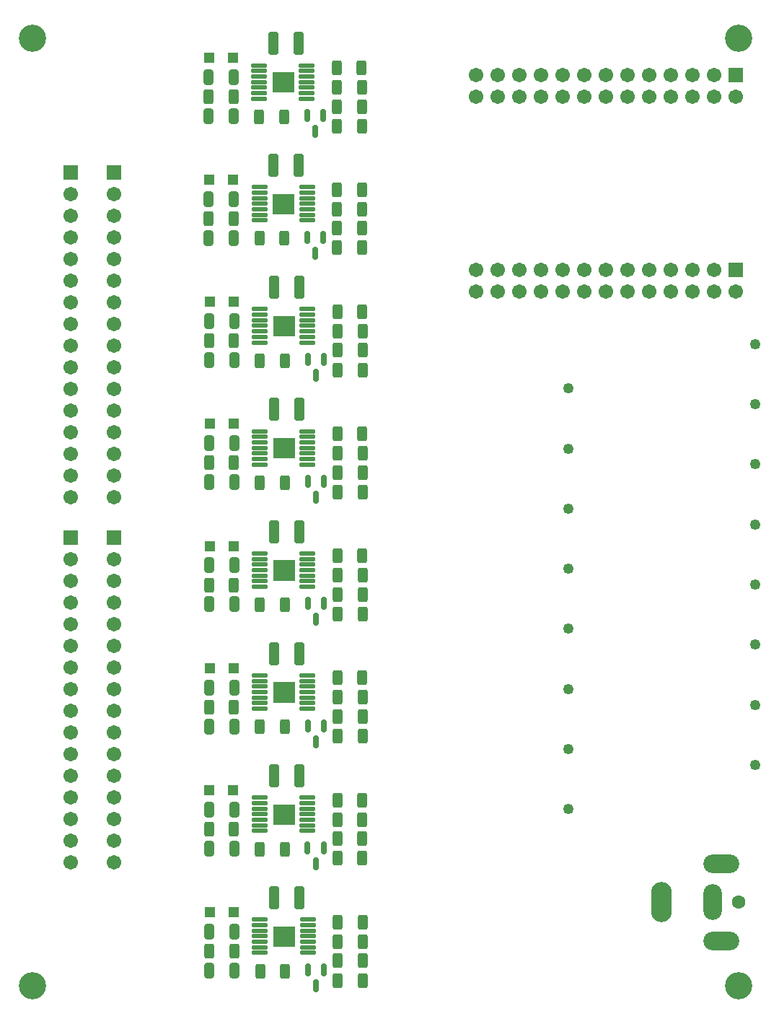
<source format=gbr>
%TF.GenerationSoftware,KiCad,Pcbnew,8.0.1*%
%TF.CreationDate,2024-08-26T16:05:16-04:00*%
%TF.ProjectId,16ch-driver-v1,31366368-2d64-4726-9976-65722d76312e,rev?*%
%TF.SameCoordinates,Original*%
%TF.FileFunction,Soldermask,Bot*%
%TF.FilePolarity,Negative*%
%FSLAX46Y46*%
G04 Gerber Fmt 4.6, Leading zero omitted, Abs format (unit mm)*
G04 Created by KiCad (PCBNEW 8.0.1) date 2024-08-26 16:05:16*
%MOMM*%
%LPD*%
G01*
G04 APERTURE LIST*
G04 Aperture macros list*
%AMRoundRect*
0 Rectangle with rounded corners*
0 $1 Rounding radius*
0 $2 $3 $4 $5 $6 $7 $8 $9 X,Y pos of 4 corners*
0 Add a 4 corners polygon primitive as box body*
4,1,4,$2,$3,$4,$5,$6,$7,$8,$9,$2,$3,0*
0 Add four circle primitives for the rounded corners*
1,1,$1+$1,$2,$3*
1,1,$1+$1,$4,$5*
1,1,$1+$1,$6,$7*
1,1,$1+$1,$8,$9*
0 Add four rect primitives between the rounded corners*
20,1,$1+$1,$2,$3,$4,$5,0*
20,1,$1+$1,$4,$5,$6,$7,0*
20,1,$1+$1,$6,$7,$8,$9,0*
20,1,$1+$1,$8,$9,$2,$3,0*%
G04 Aperture macros list end*
%ADD10C,0.010000*%
%ADD11C,3.200000*%
%ADD12C,1.250000*%
%ADD13RoundRect,0.102000X-0.754000X0.754000X-0.754000X-0.754000X0.754000X-0.754000X0.754000X0.754000X0*%
%ADD14C,1.712000*%
%ADD15C,1.600000*%
%ADD16O,2.454000X4.704000*%
%ADD17O,2.204000X4.204000*%
%ADD18O,4.204000X2.204000*%
%ADD19RoundRect,0.250000X0.312500X0.625000X-0.312500X0.625000X-0.312500X-0.625000X0.312500X-0.625000X0*%
%ADD20RoundRect,0.150000X-0.150000X0.587500X-0.150000X-0.587500X0.150000X-0.587500X0.150000X0.587500X0*%
%ADD21RoundRect,0.250000X0.325000X1.100000X-0.325000X1.100000X-0.325000X-1.100000X0.325000X-1.100000X0*%
%ADD22RoundRect,0.250000X-0.325000X-0.650000X0.325000X-0.650000X0.325000X0.650000X-0.325000X0.650000X0*%
%ADD23RoundRect,0.102000X-0.800000X-0.150000X0.800000X-0.150000X0.800000X0.150000X-0.800000X0.150000X0*%
%ADD24R,1.200000X1.200000*%
%ADD25RoundRect,0.250000X-0.312500X-0.625000X0.312500X-0.625000X0.312500X0.625000X-0.312500X0.625000X0*%
G04 APERTURE END LIST*
D10*
%TO.C,U12*%
X127816503Y-94084999D02*
X125356503Y-94084999D01*
X125356503Y-91774999D01*
X127816503Y-91774999D01*
X127816503Y-94084999D01*
G36*
X127816503Y-94084999D02*
G01*
X125356503Y-94084999D01*
X125356503Y-91774999D01*
X127816503Y-91774999D01*
X127816503Y-94084999D01*
G37*
%TO.C,U13*%
X127816503Y-108409999D02*
X125356503Y-108409999D01*
X125356503Y-106099999D01*
X127816503Y-106099999D01*
X127816503Y-108409999D01*
G36*
X127816503Y-108409999D02*
G01*
X125356503Y-108409999D01*
X125356503Y-106099999D01*
X127816503Y-106099999D01*
X127816503Y-108409999D01*
G37*
%TO.C,U9*%
X127741503Y-51147499D02*
X125281503Y-51147499D01*
X125281503Y-48837499D01*
X127741503Y-48837499D01*
X127741503Y-51147499D01*
G36*
X127741503Y-51147499D02*
G01*
X125281503Y-51147499D01*
X125281503Y-48837499D01*
X127741503Y-48837499D01*
X127741503Y-51147499D01*
G37*
%TO.C,U16*%
X127847502Y-151379999D02*
X125387502Y-151379999D01*
X125387502Y-149069999D01*
X127847502Y-149069999D01*
X127847502Y-151379999D01*
G36*
X127847502Y-151379999D02*
G01*
X125387502Y-151379999D01*
X125387502Y-149069999D01*
X127847502Y-149069999D01*
X127847502Y-151379999D01*
G37*
%TO.C,U10*%
X127766503Y-65434999D02*
X125306503Y-65434999D01*
X125306503Y-63124999D01*
X127766503Y-63124999D01*
X127766503Y-65434999D01*
G36*
X127766503Y-65434999D02*
G01*
X125306503Y-65434999D01*
X125306503Y-63124999D01*
X127766503Y-63124999D01*
X127766503Y-65434999D01*
G37*
%TO.C,U14*%
X127816503Y-122734999D02*
X125356503Y-122734999D01*
X125356503Y-120424999D01*
X127816503Y-120424999D01*
X127816503Y-122734999D01*
G36*
X127816503Y-122734999D02*
G01*
X125356503Y-122734999D01*
X125356503Y-120424999D01*
X127816503Y-120424999D01*
X127816503Y-122734999D01*
G37*
%TO.C,U15*%
X127805000Y-137065000D02*
X125345000Y-137065000D01*
X125345000Y-134755000D01*
X127805000Y-134755000D01*
X127805000Y-137065000D01*
G36*
X127805000Y-137065000D02*
G01*
X125345000Y-137065000D01*
X125345000Y-134755000D01*
X127805000Y-134755000D01*
X127805000Y-137065000D01*
G37*
%TO.C,U11*%
X127816503Y-79759999D02*
X125356503Y-79759999D01*
X125356503Y-77449999D01*
X127816503Y-77449999D01*
X127816503Y-79759999D01*
G36*
X127816503Y-79759999D02*
G01*
X125356503Y-79759999D01*
X125356503Y-77449999D01*
X127816503Y-77449999D01*
X127816503Y-79759999D01*
G37*
%TD*%
D11*
%TO.C,H3*%
X97075000Y-44835000D03*
%TD*%
D12*
%TO.C,LP4*%
X181980000Y-101910000D03*
X159980000Y-107110000D03*
%TD*%
D13*
%TO.C,J3*%
X106637502Y-60639998D03*
X101557503Y-60640002D03*
D14*
X106637502Y-63179998D03*
X101557504Y-63179998D03*
X106637506Y-65719997D03*
X101557500Y-65719998D03*
X106637502Y-68259998D03*
X101557505Y-68259999D03*
X106637501Y-70799998D03*
X101557502Y-70800000D03*
X106637506Y-73339997D03*
X101557502Y-73339997D03*
X106637502Y-75879998D03*
X101557505Y-75879998D03*
X106637505Y-78420001D03*
X101557498Y-78419999D03*
X106637500Y-80960001D03*
X101557502Y-80959998D03*
X106637498Y-83499998D03*
X101557500Y-83499999D03*
X106637502Y-86039998D03*
X101557502Y-86039998D03*
X106637502Y-88579998D03*
X101557506Y-88579999D03*
X106637500Y-91119999D03*
X101557502Y-91119998D03*
X106637502Y-93659999D03*
X101557498Y-93659997D03*
X106637502Y-96199998D03*
X101557504Y-96199994D03*
X106637502Y-98739997D03*
X101557505Y-98739998D03*
%TD*%
D12*
%TO.C,LP7*%
X181979997Y-123060001D03*
X159979997Y-128260001D03*
%TD*%
%TO.C,LP5*%
X181979998Y-108959998D03*
X159979998Y-114159998D03*
%TD*%
D15*
%TO.C,J1*%
X179955088Y-146253587D03*
D16*
X170955086Y-146253591D03*
D17*
X176955086Y-146253591D03*
D18*
X177955085Y-141753590D03*
X177955086Y-150753591D03*
%TD*%
D11*
%TO.C,H1*%
X97075000Y-156060000D03*
%TD*%
D13*
%TO.C,J4*%
X106662502Y-103439998D03*
X101582503Y-103440002D03*
D14*
X106662502Y-105979998D03*
X101582504Y-105979998D03*
X106662506Y-108519997D03*
X101582500Y-108519997D03*
X106662502Y-111059998D03*
X101582505Y-111059999D03*
X106662501Y-113599998D03*
X101582502Y-113599999D03*
X106662506Y-116139997D03*
X101582502Y-116139997D03*
X106662502Y-118679998D03*
X101582505Y-118679998D03*
X106662505Y-121220001D03*
X101582498Y-121219999D03*
X106662500Y-123760001D03*
X101582502Y-123759998D03*
X106662498Y-126299998D03*
X101582500Y-126299999D03*
X106662502Y-128839998D03*
X101582502Y-128839998D03*
X106662502Y-131379998D03*
X101582506Y-131379999D03*
X106662500Y-133919999D03*
X101582502Y-133919998D03*
X106662502Y-136459999D03*
X101582498Y-136459996D03*
X106662502Y-138999998D03*
X101582504Y-138999994D03*
X106662502Y-141539997D03*
X101582505Y-141539998D03*
%TD*%
D11*
%TO.C,H2*%
X180025000Y-156060000D03*
%TD*%
D13*
%TO.C,U18*%
X179697061Y-49188985D03*
D14*
X179697064Y-51728988D03*
X177157064Y-49188988D03*
X177157065Y-51728987D03*
X174617064Y-49188983D03*
X174617064Y-51728984D03*
X172077066Y-49188983D03*
X172077064Y-51728987D03*
X169537064Y-49188987D03*
X169537064Y-51728986D03*
X166997064Y-49188987D03*
X166997064Y-51728987D03*
X164457064Y-49188987D03*
X164457064Y-51728987D03*
X161917064Y-49188987D03*
X161917064Y-51728987D03*
X159377064Y-49188987D03*
X159377064Y-51728987D03*
X156837067Y-49188988D03*
X156837064Y-51728987D03*
X154297063Y-49188987D03*
X154297064Y-51728987D03*
X151757068Y-49188981D03*
X151757060Y-51728985D03*
X149217064Y-49188987D03*
X149217064Y-51728987D03*
D13*
X179697064Y-72078987D03*
D14*
X179687070Y-74618982D03*
X177157064Y-72078987D03*
X177157064Y-74618987D03*
X174617068Y-72078989D03*
X174617060Y-74618993D03*
X172077064Y-72078987D03*
X172077065Y-74618987D03*
X169537064Y-72078987D03*
X169537061Y-74618986D03*
X166997064Y-72078987D03*
X166997064Y-74618987D03*
X164457064Y-72078987D03*
X164457064Y-74618987D03*
X161917064Y-72078987D03*
X161917064Y-74618987D03*
X159377064Y-72078987D03*
X159377064Y-74618987D03*
X156837064Y-72078988D03*
X156837064Y-74618987D03*
X154297064Y-72078987D03*
X154297062Y-74618991D03*
X151757064Y-72078990D03*
X151757064Y-74618991D03*
X149217063Y-72078987D03*
X149217064Y-74618986D03*
%TD*%
D12*
%TO.C,LP8*%
X181980000Y-130110000D03*
X159980000Y-135310000D03*
%TD*%
%TO.C,LP2*%
X181979997Y-87810002D03*
X159979997Y-93010002D03*
%TD*%
D11*
%TO.C,H4*%
X180025000Y-44835000D03*
%TD*%
D12*
%TO.C,LP6*%
X181980000Y-116010002D03*
X159980000Y-121210002D03*
%TD*%
%TO.C,LP1*%
X181979997Y-80759998D03*
X159979997Y-85959998D03*
%TD*%
%TO.C,LP3*%
X181980000Y-94860000D03*
X159980000Y-100060000D03*
%TD*%
D19*
%TO.C,R78*%
X135830000Y-105595000D03*
X132905004Y-105594998D03*
%TD*%
%TO.C,R55*%
X135800000Y-69460000D03*
X132875004Y-69459998D03*
%TD*%
%TO.C,R67*%
X135850000Y-98110000D03*
X132925004Y-98109998D03*
%TD*%
D20*
%TO.C,Q9*%
X129342503Y-53925001D03*
X131242504Y-53925001D03*
X130292500Y-55799998D03*
%TD*%
D19*
%TO.C,R60*%
X135780000Y-62620000D03*
X132855004Y-62619998D03*
%TD*%
D21*
%TO.C,C38*%
X128417503Y-102749997D03*
X125467501Y-102750001D03*
%TD*%
%TO.C,C32*%
X128417503Y-74099997D03*
X125467501Y-74100001D03*
%TD*%
D22*
%TO.C,C27*%
X117757501Y-54022501D03*
X120707503Y-54022497D03*
%TD*%
D20*
%TO.C,Q16*%
X129448502Y-154157501D03*
X131348503Y-154157501D03*
X130398499Y-156032498D03*
%TD*%
D19*
%TO.C,R70*%
X135848801Y-95808300D03*
X132923805Y-95808298D03*
%TD*%
D21*
%TO.C,C35*%
X128417503Y-88424997D03*
X125467501Y-88425001D03*
%TD*%
D19*
%TO.C,R57*%
X135796501Y-64900000D03*
X132871505Y-64899998D03*
%TD*%
D23*
%TO.C,U12*%
X123786503Y-94879999D03*
X123786503Y-94229999D03*
X123786503Y-93579999D03*
X123786503Y-92929999D03*
X123786503Y-92279999D03*
X123786503Y-91629999D03*
X123786503Y-90979999D03*
X129386503Y-90979999D03*
X129386503Y-91629999D03*
X129386503Y-92279999D03*
X129386503Y-92929999D03*
X129386503Y-93579999D03*
X129386503Y-94229999D03*
X129386503Y-94879999D03*
%TD*%
D19*
%TO.C,R92*%
X126750999Y-154305000D03*
X123826003Y-154304998D03*
%TD*%
%TO.C,R76*%
X135848801Y-110133300D03*
X132923805Y-110133298D03*
%TD*%
%TO.C,R90*%
X135818497Y-134250001D03*
X132893501Y-134249999D03*
%TD*%
D22*
%TO.C,C49*%
X117863500Y-149685001D03*
X120813502Y-149684997D03*
%TD*%
%TO.C,C39*%
X117832501Y-111285001D03*
X120782503Y-111284997D03*
%TD*%
D19*
%TO.C,R74*%
X126720000Y-111335000D03*
X123795004Y-111334998D03*
%TD*%
%TO.C,R63*%
X135846501Y-79225000D03*
X132921505Y-79224998D03*
%TD*%
D20*
%TO.C,Q15*%
X129406000Y-139842502D03*
X131306001Y-139842502D03*
X130355997Y-141717499D03*
%TD*%
D19*
%TO.C,R62*%
X126720000Y-82685000D03*
X123795004Y-82684998D03*
%TD*%
D24*
%TO.C,D28*%
X120645002Y-61469999D03*
X117845002Y-61469999D03*
%TD*%
D23*
%TO.C,U13*%
X123786503Y-109204999D03*
X123786503Y-108554999D03*
X123786503Y-107904999D03*
X123786503Y-107254999D03*
X123786503Y-106604999D03*
X123786503Y-105954999D03*
X123786503Y-105304999D03*
X129386503Y-105304999D03*
X129386503Y-105954999D03*
X129386503Y-106604999D03*
X129386503Y-107254999D03*
X129386503Y-107904999D03*
X129386503Y-108554999D03*
X129386503Y-109204999D03*
%TD*%
D22*
%TO.C,C30*%
X117782501Y-68310001D03*
X120732503Y-68309997D03*
%TD*%
D24*
%TO.C,D25*%
X120620002Y-47182499D03*
X117820002Y-47182499D03*
%TD*%
D19*
%TO.C,R69*%
X135846501Y-93550000D03*
X132921505Y-93549998D03*
%TD*%
%TO.C,R61*%
X135850000Y-83785000D03*
X132925004Y-83784998D03*
%TD*%
%TO.C,R68*%
X126720000Y-97010000D03*
X123795004Y-97009998D03*
%TD*%
D21*
%TO.C,C29*%
X128367503Y-59774997D03*
X125417501Y-59775001D03*
%TD*%
D19*
%TO.C,R94*%
X135879800Y-153103300D03*
X132954804Y-153103298D03*
%TD*%
%TO.C,R85*%
X135838497Y-141090001D03*
X132913501Y-141089999D03*
%TD*%
%TO.C,R64*%
X135848801Y-81483300D03*
X132923805Y-81483298D03*
%TD*%
D25*
%TO.C,R59*%
X117786505Y-66029998D03*
X120711501Y-66030000D03*
%TD*%
D19*
%TO.C,R84*%
X135830000Y-119920000D03*
X132905004Y-119919998D03*
%TD*%
%TO.C,R54*%
X135755000Y-48332500D03*
X132830004Y-48332498D03*
%TD*%
D22*
%TO.C,C40*%
X117832501Y-106715001D03*
X120782503Y-106714997D03*
%TD*%
D24*
%TO.C,D37*%
X120695002Y-104444999D03*
X117895002Y-104444999D03*
%TD*%
D19*
%TO.C,R49*%
X135775000Y-55172500D03*
X132850004Y-55172498D03*
%TD*%
D23*
%TO.C,U9*%
X123711503Y-51942499D03*
X123711503Y-51292499D03*
X123711503Y-50642499D03*
X123711503Y-49992499D03*
X123711503Y-49342499D03*
X123711503Y-48692499D03*
X123711503Y-48042499D03*
X129311503Y-48042499D03*
X129311503Y-48692499D03*
X129311503Y-49342499D03*
X129311503Y-49992499D03*
X129311503Y-50642499D03*
X129311503Y-51292499D03*
X129311503Y-51942499D03*
%TD*%
D19*
%TO.C,R50*%
X126645000Y-54072500D03*
X123720004Y-54072498D03*
%TD*%
%TO.C,R73*%
X135850000Y-112435000D03*
X132925004Y-112434998D03*
%TD*%
D20*
%TO.C,Q10*%
X129367503Y-68212501D03*
X131267504Y-68212501D03*
X130317500Y-70087498D03*
%TD*%
D21*
%TO.C,C26*%
X128342503Y-45487497D03*
X125392501Y-45487501D03*
%TD*%
D24*
%TO.C,D34*%
X120695002Y-90119999D03*
X117895002Y-90119999D03*
%TD*%
D19*
%TO.C,R72*%
X135830000Y-91270000D03*
X132905004Y-91269998D03*
%TD*%
D22*
%TO.C,C45*%
X117820998Y-139940002D03*
X120771000Y-139939998D03*
%TD*%
%TO.C,C37*%
X117832501Y-92390001D03*
X120782503Y-92389997D03*
%TD*%
D19*
%TO.C,R66*%
X135830000Y-76945000D03*
X132905004Y-76944998D03*
%TD*%
D22*
%TO.C,C31*%
X117782501Y-63740001D03*
X120732503Y-63739997D03*
%TD*%
D19*
%TO.C,R96*%
X135860999Y-148565000D03*
X132936003Y-148564998D03*
%TD*%
D22*
%TO.C,C43*%
X117832501Y-121040001D03*
X120782503Y-121039997D03*
%TD*%
%TO.C,C46*%
X117820998Y-135370002D03*
X120771000Y-135369998D03*
%TD*%
D25*
%TO.C,R71*%
X117836505Y-94679998D03*
X120761501Y-94680000D03*
%TD*%
D19*
%TO.C,R75*%
X135846501Y-107875000D03*
X132921505Y-107874998D03*
%TD*%
D24*
%TO.C,D40*%
X120695002Y-118769999D03*
X117895002Y-118769999D03*
%TD*%
D23*
%TO.C,U16*%
X123817502Y-152174999D03*
X123817502Y-151524999D03*
X123817502Y-150874999D03*
X123817502Y-150224999D03*
X123817502Y-149574999D03*
X123817502Y-148924999D03*
X123817502Y-148274999D03*
X129417502Y-148274999D03*
X129417502Y-148924999D03*
X129417502Y-149574999D03*
X129417502Y-150224999D03*
X129417502Y-150874999D03*
X129417502Y-151524999D03*
X129417502Y-152174999D03*
%TD*%
D21*
%TO.C,C41*%
X128417503Y-117074997D03*
X125467501Y-117075001D03*
%TD*%
D19*
%TO.C,R93*%
X135877500Y-150845000D03*
X132952504Y-150844998D03*
%TD*%
D23*
%TO.C,U10*%
X123736503Y-66229999D03*
X123736503Y-65579999D03*
X123736503Y-64929999D03*
X123736503Y-64279999D03*
X123736503Y-63629999D03*
X123736503Y-62979999D03*
X123736503Y-62329999D03*
X129336503Y-62329999D03*
X129336503Y-62979999D03*
X129336503Y-63629999D03*
X129336503Y-64279999D03*
X129336503Y-64929999D03*
X129336503Y-65579999D03*
X129336503Y-66229999D03*
%TD*%
D19*
%TO.C,R51*%
X135771501Y-50612500D03*
X132846505Y-50612498D03*
%TD*%
D25*
%TO.C,R77*%
X117836505Y-109004998D03*
X120761501Y-109005000D03*
%TD*%
D24*
%TO.C,D43*%
X120683499Y-133100000D03*
X117883499Y-133100000D03*
%TD*%
D22*
%TO.C,C42*%
X117832501Y-125610001D03*
X120782503Y-125609997D03*
%TD*%
%TO.C,C36*%
X117832501Y-96960001D03*
X120782503Y-96959997D03*
%TD*%
D21*
%TO.C,C47*%
X128448502Y-145719997D03*
X125498500Y-145720001D03*
%TD*%
D22*
%TO.C,C34*%
X117832501Y-78065001D03*
X120782503Y-78064997D03*
%TD*%
D19*
%TO.C,R91*%
X135880999Y-155405000D03*
X132956003Y-155404998D03*
%TD*%
D23*
%TO.C,U14*%
X123786503Y-123529999D03*
X123786503Y-122879999D03*
X123786503Y-122229999D03*
X123786503Y-121579999D03*
X123786503Y-120929999D03*
X123786503Y-120279999D03*
X123786503Y-119629999D03*
X129386503Y-119629999D03*
X129386503Y-120279999D03*
X129386503Y-120929999D03*
X129386503Y-121579999D03*
X129386503Y-122229999D03*
X129386503Y-122879999D03*
X129386503Y-123529999D03*
%TD*%
D19*
%TO.C,R58*%
X135798801Y-67158300D03*
X132873805Y-67158298D03*
%TD*%
D25*
%TO.C,R65*%
X117836505Y-80354998D03*
X120761501Y-80355000D03*
%TD*%
D20*
%TO.C,Q11*%
X129417503Y-82537501D03*
X131317504Y-82537501D03*
X130367500Y-84412498D03*
%TD*%
%TO.C,Q14*%
X129417503Y-125512501D03*
X131317504Y-125512501D03*
X130367500Y-127387498D03*
%TD*%
D25*
%TO.C,R89*%
X117825002Y-137659999D03*
X120749998Y-137660001D03*
%TD*%
D19*
%TO.C,R80*%
X126720000Y-125660000D03*
X123795004Y-125659998D03*
%TD*%
D22*
%TO.C,C28*%
X117757501Y-49452501D03*
X120707503Y-49452497D03*
%TD*%
D23*
%TO.C,U15*%
X123775000Y-137860000D03*
X123775000Y-137210000D03*
X123775000Y-136560000D03*
X123775000Y-135910000D03*
X123775000Y-135260000D03*
X123775000Y-134610000D03*
X123775000Y-133960000D03*
X129375000Y-133960000D03*
X129375000Y-134610000D03*
X129375000Y-135260000D03*
X129375000Y-135910000D03*
X129375000Y-136560000D03*
X129375000Y-137210000D03*
X129375000Y-137860000D03*
%TD*%
D24*
%TO.C,D46*%
X120726001Y-147414999D03*
X117926001Y-147414999D03*
%TD*%
D19*
%TO.C,R81*%
X135846501Y-122200000D03*
X132921505Y-122199998D03*
%TD*%
%TO.C,R52*%
X135773801Y-52870800D03*
X132848805Y-52870798D03*
%TD*%
%TO.C,R56*%
X126670000Y-68360000D03*
X123745004Y-68359998D03*
%TD*%
%TO.C,R82*%
X135848801Y-124458300D03*
X132923805Y-124458298D03*
%TD*%
D25*
%TO.C,R95*%
X117867504Y-151974998D03*
X120792500Y-151975000D03*
%TD*%
D19*
%TO.C,R79*%
X135850000Y-126760000D03*
X132925004Y-126759998D03*
%TD*%
D21*
%TO.C,C44*%
X128406000Y-131404998D03*
X125455998Y-131405002D03*
%TD*%
D23*
%TO.C,U11*%
X123786503Y-80554999D03*
X123786503Y-79904999D03*
X123786503Y-79254999D03*
X123786503Y-78604999D03*
X123786503Y-77954999D03*
X123786503Y-77304999D03*
X123786503Y-76654999D03*
X129386503Y-76654999D03*
X129386503Y-77304999D03*
X129386503Y-77954999D03*
X129386503Y-78604999D03*
X129386503Y-79254999D03*
X129386503Y-79904999D03*
X129386503Y-80554999D03*
%TD*%
D19*
%TO.C,R86*%
X126708497Y-139990001D03*
X123783501Y-139989999D03*
%TD*%
D20*
%TO.C,Q12*%
X129417503Y-96862501D03*
X131317504Y-96862501D03*
X130367500Y-98737498D03*
%TD*%
D19*
%TO.C,R88*%
X135837298Y-138788301D03*
X132912302Y-138788299D03*
%TD*%
D20*
%TO.C,Q13*%
X129417503Y-111187501D03*
X131317504Y-111187501D03*
X130367500Y-113062498D03*
%TD*%
D25*
%TO.C,R83*%
X117836505Y-123329998D03*
X120761501Y-123330000D03*
%TD*%
D19*
%TO.C,R87*%
X135834998Y-136530001D03*
X132910002Y-136529999D03*
%TD*%
D25*
%TO.C,R53*%
X117761505Y-51742498D03*
X120686501Y-51742500D03*
%TD*%
D24*
%TO.C,D31*%
X120695002Y-75794999D03*
X117895002Y-75794999D03*
%TD*%
D22*
%TO.C,C33*%
X117832501Y-82635001D03*
X120782503Y-82634997D03*
%TD*%
%TO.C,C48*%
X117863500Y-154255001D03*
X120813502Y-154254997D03*
%TD*%
M02*

</source>
